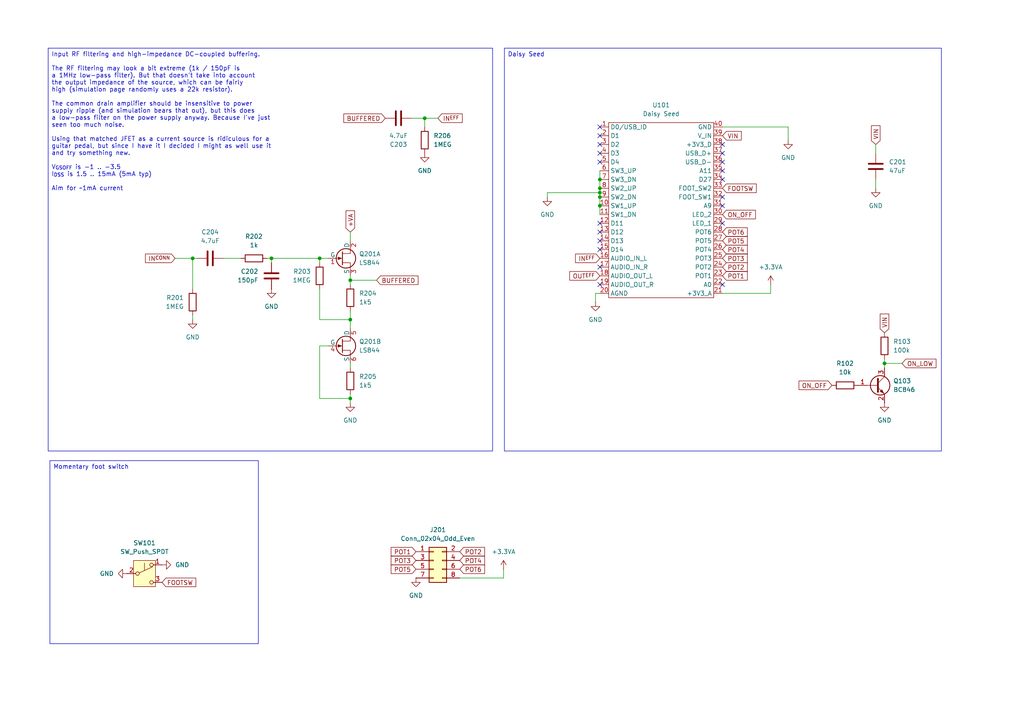
<source format=kicad_sch>
(kicad_sch (version 20250114) (generator "eeschema") (generator_version "9.0")
  (paper "A4")
  (lib_symbols
    (symbol "Connector_Generic:Conn_02x04_Odd_Even" (pin_names (offset 1.016) (hide yes))
      (property "Reference" "J" (at 1.27 5.08 0))
      (property "Value" "Conn_02x04_Odd_Even" (at 1.27 -7.62 0))
      (symbol "Conn_02x04_Odd_Even_1_1"
        (rectangle (start -1.27 3.81) (end 3.81 -6.35) (stroke (width 0.254)) (fill (type background)))
        (rectangle (start -1.27 2.667) (end 0 2.413) (stroke (width 0.1524)))
        (rectangle (start -1.27 0.127) (end 0 -0.127) (stroke (width 0.1524)))
        (rectangle (start -1.27 -2.413) (end 0 -2.667) (stroke (width 0.1524)))
        (rectangle (start -1.27 -4.953) (end 0 -5.207) (stroke (width 0.1524)))
        (rectangle (start 3.81 2.667) (end 2.54 2.413) (stroke (width 0.1524)))
        (rectangle (start 3.81 0.127) (end 2.54 -0.127) (stroke (width 0.1524)))
        (rectangle (start 3.81 -2.413) (end 2.54 -2.667) (stroke (width 0.1524)))
        (rectangle (start 3.81 -4.953) (end 2.54 -5.207) (stroke (width 0.1524)))
        (pin passive line (at -5.08 2.54 0) (length 3.81) (name "Pin_1") (number "1"))
        (pin passive line (at -5.08 0 0) (length 3.81) (name "Pin_3") (number "3"))
        (pin passive line (at -5.08 -2.54 0) (length 3.81) (name "Pin_5") (number "5"))
        (pin passive line (at -5.08 -5.08 0) (length 3.81) (name "Pin_7") (number "7"))
        (pin passive line (at 7.62 2.54 180) (length 3.81) (name "Pin_2") (number "2"))
        (pin passive line (at 7.62 0 180) (length 3.81) (name "Pin_4") (number "4"))
        (pin passive line (at 7.62 -2.54 180) (length 3.81) (name "Pin_6") (number "6"))
        (pin passive line (at 7.62 -5.08 180) (length 3.81) (name "Pin_8") (number "8"))
      )
    )
    (symbol "Device:C" (pin_numbers (hide yes)) (pin_names (offset 0.254))
      (property "Reference" "C" (at 0.635 2.54 0))
      (property "Value" "C" (at 0.635 -2.54 0))
      (symbol "C_0_1"
        (polyline (pts (xy -2.032 0.762) (xy 2.032 0.762)) (stroke (width 0.508)))
        (polyline (pts (xy -2.032 -0.762) (xy 2.032 -0.762)) (stroke (width 0.508)))
      )
      (symbol "C_1_1"
        (pin passive line (at 0 3.81 270) (length 2.794) (name "~") (number "1"))
        (pin passive line (at 0 -3.81 90) (length 2.794) (name "~") (number "2"))
      )
    )
    (symbol "Device:R" (pin_numbers (hide yes)) (pin_names (offset 0))
      (property "Reference" "R" (at 2.032 0 90))
      (property "Value" "R" (at 0 0 90))
      (symbol "R_0_1"
        (rectangle (start -1.016 -2.54) (end 1.016 2.54) (stroke (width 0.254)))
      )
      (symbol "R_1_1"
        (pin passive line (at 0 3.81 270) (length 1.27) (name "~") (number "1"))
        (pin passive line (at 0 -3.81 90) (length 1.27) (name "~") (number "2"))
      )
    )
    (symbol "Mylib:BC846" (pin_names (offset 0) (hide yes))
      (property "Reference" "Q" (at 5.08 1.27 0))
      (property "Value" "BC846" (at 5.08 -1.27 0))
      (symbol "BC846_0_1"
        (polyline (pts (xy -2.54 0) (xy 0.635 0)))
        (polyline (pts (xy 0.635 1.905) (xy 0.635 -1.905)) (stroke (width 0.508)))
        (circle (center 1.27 0) (radius 2.8194) (stroke (width 0.254)))
      )
      (symbol "BC846_1_1"
        (polyline (pts (xy 0.635 0.635) (xy 2.54 2.54)))
        (polyline (pts (xy 0.635 -0.635) (xy 2.54 -2.54)))
        (polyline (pts (xy 1.27 -1.778) (xy 1.778 -1.27) (xy 2.286 -2.286) (xy 1.27 -1.778)) (fill (type outline)))
        (pin input line (at -5.08 0 0) (length 2.54) (name "B") (number "1"))
        (pin passive line (at 2.54 5.08 270) (length 2.54) (name "C") (number "3"))
        (pin passive line (at 2.54 -5.08 90) (length 2.54) (name "E") (number "2"))
      )
    )
    (symbol "Mylib:Daisy_Seed" (exclude_from_sim yes)
      (property "Reference" "U" (at 0 11.43 0))
      (property "Value" "Daisy Seed" (at 0 0 0))
      (symbol "Daisy_Seed_0_1"
        (rectangle (start -15.24 25.4) (end 15.24 -25.4))
      )
      (symbol "Daisy_Seed_1_1"
        (pin bidirectional line (at -17.78 24.13 0) (length 2.54) (name "D0/USB_ID") (number "1"))
        (pin bidirectional line (at -17.78 21.59 0) (length 2.54) (name "D1") (number "2"))
        (pin bidirectional line (at -17.78 19.05 0) (length 2.54) (name "D2") (number "3"))
        (pin bidirectional line (at -17.78 16.51 0) (length 2.54) (name "D3") (number "4"))
        (pin bidirectional line (at -17.78 13.97 0) (length 2.54) (name "D4") (number "5"))
        (pin input line (at -17.78 11.43 0) (length 2.54) (name "SW3_UP") (number "6"))
        (pin input line (at -17.78 8.89 0) (length 2.54) (name "SW3_DN") (number "7"))
        (pin input line (at -17.78 6.35 0) (length 2.54) (name "SW2_UP") (number "8"))
        (pin input line (at -17.78 3.81 0) (length 2.54) (name "SW2_DN") (number "9"))
        (pin input line (at -17.78 1.27 0) (length 2.54) (name "SW1_UP") (number "10"))
        (pin input line (at -17.78 -1.27 0) (length 2.54) (name "SW1_DN") (number "11"))
        (pin bidirectional line (at -17.78 -3.81 0) (length 2.54) (name "D11") (number "12"))
        (pin bidirectional line (at -17.78 -6.35 0) (length 2.54) (name "D12") (number "13"))
        (pin bidirectional line (at -17.78 -8.89 0) (length 2.54) (name "D13") (number "14"))
        (pin bidirectional line (at -17.78 -11.43 0) (length 2.54) (name "D14") (number "15"))
        (pin input line (at -17.78 -13.97 0) (length 2.54) (name "AUDIO_IN_L") (number "16"))
        (pin input line (at -17.78 -16.51 0) (length 2.54) (name "AUDIO_IN_R") (number "17"))
        (pin output line (at -17.78 -19.05 0) (length 2.54) (name "AUDIO_OUT_L") (number "18"))
        (pin output line (at -17.78 -21.59 0) (length 2.54) (name "AUDIO_OUT_R") (number "19"))
        (pin power_in line (at -17.78 -24.13 0) (length 2.54) (name "AGND") (number "20"))
        (pin power_in line (at 17.78 24.13 180) (length 2.54) (name "GND") (number "40"))
        (pin power_in line (at 17.78 21.59 180) (length 2.54) (name "V_IN") (number "39"))
        (pin power_out line (at 17.78 19.05 180) (length 2.54) (name "+3V3_D") (number "38"))
        (pin bidirectional line (at 17.78 16.51 180) (length 2.54) (name "USB_D+") (number "37"))
        (pin bidirectional line (at 17.78 13.97 180) (length 2.54) (name "USB_D-") (number "36"))
        (pin input line (at 17.78 11.43 180) (length 2.54) (name "A11") (number "35"))
        (pin input line (at 17.78 8.89 180) (length 2.54) (name "D27") (number "34"))
        (pin input line (at 17.78 6.35 180) (length 2.54) (name "FOOT_SW2") (number "33"))
        (pin input line (at 17.78 3.81 180) (length 2.54) (name "FOOT_SW1") (number "32"))
        (pin input line (at 17.78 1.27 180) (length 2.54) (name "A9") (number "31"))
        (pin output line (at 17.78 -1.27 180) (length 2.54) (name "LED_2") (number "30"))
        (pin input line (at 17.78 -3.81 180) (length 2.54) (name "LED_1") (number "29"))
        (pin input line (at 17.78 -6.35 180) (length 2.54) (name "POT6") (number "28"))
        (pin input line (at 17.78 -8.89 180) (length 2.54) (name "POT5") (number "27"))
        (pin input line (at 17.78 -11.43 180) (length 2.54) (name "POT4") (number "26"))
        (pin input line (at 17.78 -13.97 180) (length 2.54) (name "POT3") (number "25"))
        (pin input line (at 17.78 -16.51 180) (length 2.54) (name "POT2") (number "24"))
        (pin input line (at 17.78 -19.05 180) (length 2.54) (name "POT1") (number "23"))
        (pin input line (at 17.78 -21.59 180) (length 2.54) (name "A0") (number "22"))
        (pin power_out line (at 17.78 -24.13 180) (length 2.54) (name "+3V3_A") (number "21"))
      )
    )
    (symbol "Mylib:LS844" (pin_names (offset 0))
      (property "Reference" "Q" (at 5.08 1.27 0))
      (property "Value" "LS844" (at 7.62 -1.27 0))
      (symbol "LS844_1_1"
        (polyline (pts (xy 0 0) (xy -1.016 0.381) (xy -1.016 -0.381) (xy 0 0)) (fill (type outline)))
        (polyline (pts (xy 0.254 1.905) (xy 0.254 -1.905) (xy 0.254 -1.905)) (stroke (width 0.254)))
        (circle (center 1.27 0) (radius 2.8194) (stroke (width 0.254)))
        (polyline (pts (xy 2.54 2.54) (xy 2.54 1.397) (xy 0.254 1.397)))
        (polyline (pts (xy 2.54 -2.54) (xy 2.54 -1.27) (xy 0.254 -1.27)))
        (pin input line (at -3.81 0 0) (length 2.54) (name "G") (number "1"))
        (pin passive line (at 2.54 5.08 270) (length 2.54) (name "D") (number "2"))
        (pin passive line (at 2.54 -5.08 90) (length 2.54) (name "S") (number "3"))
      )
      (symbol "LS844_2_1"
        (polyline (pts (xy 0 0) (xy -1.016 0.381) (xy -1.016 -0.381) (xy 0 0)) (fill (type outline)))
        (polyline (pts (xy 0.254 1.905) (xy 0.254 -1.905) (xy 0.254 -1.905)) (stroke (width 0.254)))
        (circle (center 1.27 0) (radius 2.8194) (stroke (width 0.254)))
        (polyline (pts (xy 2.54 2.54) (xy 2.54 1.397) (xy 0.254 1.397)))
        (polyline (pts (xy 2.54 -2.54) (xy 2.54 -1.27) (xy 0.254 -1.27)))
        (pin input line (at -3.81 0 0) (length 2.54) (name "G") (number "4"))
        (pin passive line (at 2.54 5.08 270) (length 2.54) (name "D") (number "5"))
        (pin passive line (at 2.54 -5.08 90) (length 2.54) (name "S") (number "6"))
      )
    )
    (symbol "Switch:SW_Push_SPDT" (pin_names (offset 0) (hide yes))
      (property "Reference" "SW" (at 0 5.08 0))
      (property "Value" "SW_Push_SPDT" (at 0 -5.08 0))
      (symbol "SW_Push_SPDT_0_0"
        (circle (center -2.032 0) (radius 0.508))
        (polyline (pts (xy 0 1.016) (xy 0 3.048)))
        (circle (center 2.032 -2.54) (radius 0.508))
      )
      (symbol "SW_Push_SPDT_0_1"
        (polyline (pts (xy -1.524 0.2032) (xy 2.3368 1.9812)))
        (circle (center 2.032 2.54) (radius 0.508))
      )
      (symbol "SW_Push_SPDT_1_1"
        (rectangle (start -3.175 3.81) (end 3.175 -3.81) (fill (type background)))
        (pin passive line (at -5.08 0 0) (length 2.54) (name "B") (number "2"))
        (pin passive line (at 5.08 2.54 180) (length 2.54) (name "A") (number "1"))
        (pin passive line (at 5.08 -2.54 180) (length 2.54) (name "C") (number "3"))
      )
    )
    (symbol "power:+3.3VA" (power) (pin_numbers (hide yes)) (pin_names (offset 0) (hide yes))
      (property "Value" "+3.3VA" (at 0 3.556 0))
      (symbol "+3.3VA_0_1"
        (polyline (pts (xy -0.762 1.27) (xy 0 2.54)))
        (polyline (pts (xy 0 2.54) (xy 0.762 1.27)))
        (polyline (pts (xy 0 0) (xy 0 2.54)))
      )
      (symbol "+3.3VA_1_1"
        (pin power_in line (at 0 0 90) (length 0) (name "~") (number "1"))
      )
    )
    (symbol "power:GND" (power) (pin_numbers (hide yes)) (pin_names (offset 0) (hide yes))
      (property "Value" "GND" (at 0 -3.81 0))
      (symbol "GND_0_1"
        (polyline (pts (xy 0 0) (xy 0 -1.27) (xy 1.27 -1.27) (xy 0 -2.54) (xy -1.27 -1.27) (xy 0 -1.27)))
      )
      (symbol "GND_1_1"
        (pin power_in line (at 0 0 270) (length 0) (name "~") (number "1"))
      )
    )
  )
  (text_box "Input RF filtering and high-impedance DC-coupled buffering.\n\nThe RF filtering may look a bit extreme (1k / 150pF is\na 1MHz low-pass filter). But that doesn't take into account\nthe output impedance of the source, which can be fairly\nhigh (simulation page randomly uses a 22k resistor).\n\nThe common drain amplifier should be insensitive to power\nsupply ripple (and simulation bears that out), but this does\na low-pass filter on the power supply anyway. Because I've just\nseen too much noise.\n\nUsing that matched JFET as a current source is ridiculous for a\nguitar pedal, but since I have it I decided I might as well use it\nand try something new.\n\nV_{GSOFF} is -1 .. -3.5\nI_{DSS} is 1.5 .. 15mA (5mA typ)\n\nAim for ~1mA current" (at 13.97 13.97 0) (size 128.905 116.84) (margins 0.9525 0.9525 0.9525 0.9525) (effects (font (size 1.27 1.27)) (justify left top)))
  (text_box "Momentary foot switch" (at 14.478 133.604 0) (size 60.452 53.086) (margins 0.9525 0.9525 0.9525 0.9525) (effects (font (size 1.27 1.27)) (justify left top)))
  (text_box "Daisy Seed" (at 146.304 13.97 0) (size 126.746 116.84) (margins 0.9525 0.9525 0.9525 0.9525) (effects (font (size 1.27 1.27)) (justify left top)))
  (junction (at 92.71 74.93))
  (junction (at 101.6 92.71))
  (junction (at 173.99 54.61))
  (junction (at 173.99 57.15))
  (junction (at 55.88 74.93))
  (junction (at 173.99 52.07))
  (junction (at 173.99 55.88))
  (junction (at 101.6 81.28))
  (junction (at 78.74 74.93))
  (junction (at 101.6 115.57))
  (junction (at 256.54 105.41))
  (junction (at 173.99 59.69))
  (junction (at 123.19 34.29))
  (no_connect (at 173.99 64.77))
  (no_connect (at 173.99 82.55))
  (no_connect (at 173.99 41.91))
  (no_connect (at 173.99 69.85))
  (no_connect (at 209.55 59.69))
  (no_connect (at 209.55 57.15))
  (no_connect (at 209.55 82.55))
  (no_connect (at 173.99 36.83))
  (no_connect (at 209.55 52.07))
  (no_connect (at 209.55 64.77))
  (no_connect (at 173.99 46.99))
  (no_connect (at 173.99 67.31))
  (no_connect (at 173.99 72.39))
  (no_connect (at 173.99 39.37))
  (no_connect (at 209.55 46.99))
  (no_connect (at 209.55 49.53))
  (no_connect (at 209.55 41.91))
  (no_connect (at 173.99 44.45))
  (no_connect (at 173.99 77.47))
  (no_connect (at 209.55 44.45))
  (wire (pts (xy 173.99 52.07) (xy 173.99 54.61)))
  (wire (pts (xy 172.72 85.09) (xy 173.99 85.09)))
  (wire (pts (xy 92.71 83.82) (xy 92.71 92.71)))
  (wire (pts (xy 158.75 55.88) (xy 158.75 57.15)))
  (wire (pts (xy 172.72 87.63) (xy 172.72 85.09)))
  (wire (pts (xy 228.6 40.64) (xy 228.6 36.83)))
  (wire (pts (xy 101.6 81.28) (xy 109.22 81.28)))
  (wire (pts (xy 55.88 74.93) (xy 55.88 83.82)))
  (wire (pts (xy 146.05 167.64) (xy 133.35 167.64)))
  (wire (pts (xy 92.71 92.71) (xy 101.6 92.71)))
  (wire (pts (xy 146.05 165.1) (xy 146.05 167.64)))
  (wire (pts (xy 123.19 34.29) (xy 123.19 36.83)))
  (wire (pts (xy 228.6 36.83) (xy 209.55 36.83)))
  (wire (pts (xy 209.55 85.09) (xy 223.52 85.09)))
  (wire (pts (xy 101.6 105.41) (xy 101.6 106.68)))
  (wire (pts (xy 173.99 57.15) (xy 173.99 59.69)))
  (wire (pts (xy 92.71 115.57) (xy 92.71 100.33)))
  (wire (pts (xy 256.54 105.41) (xy 261.62 105.41)))
  (wire (pts (xy 92.71 100.33) (xy 95.25 100.33)))
  (wire (pts (xy 78.74 74.93) (xy 78.74 76.2)))
  (wire (pts (xy 101.6 114.3) (xy 101.6 115.57)))
  (wire (pts (xy 50.8 74.93) (xy 55.88 74.93)))
  (wire (pts (xy 123.19 34.29) (xy 127 34.29)))
  (wire (pts (xy 254 41.91) (xy 254 44.45)))
  (wire (pts (xy 101.6 92.71) (xy 101.6 95.25)))
  (wire (pts (xy 101.6 67.31) (xy 101.6 69.85)))
  (wire (pts (xy 78.74 74.93) (xy 92.71 74.93)))
  (wire (pts (xy 173.99 55.88) (xy 158.75 55.88)))
  (wire (pts (xy 101.6 80.01) (xy 101.6 81.28)))
  (wire (pts (xy 256.54 104.14) (xy 256.54 105.41)))
  (wire (pts (xy 92.71 74.93) (xy 92.71 76.2)))
  (wire (pts (xy 173.99 55.88) (xy 173.99 57.15)))
  (wire (pts (xy 77.47 74.93) (xy 78.74 74.93)))
  (wire (pts (xy 55.88 91.44) (xy 55.88 92.71)))
  (wire (pts (xy 92.71 74.93) (xy 95.25 74.93)))
  (wire (pts (xy 101.6 90.17) (xy 101.6 92.71)))
  (wire (pts (xy 173.99 54.61) (xy 173.99 55.88)))
  (wire (pts (xy 64.77 74.93) (xy 69.85 74.93)))
  (wire (pts (xy 101.6 81.28) (xy 101.6 82.55)))
  (wire (pts (xy 223.52 82.55) (xy 223.52 85.09)))
  (wire (pts (xy 101.6 115.57) (xy 101.6 116.84)))
  (wire (pts (xy 254 52.07) (xy 254 54.61)))
  (wire (pts (xy 101.6 115.57) (xy 92.71 115.57)))
  (wire (pts (xy 119.38 34.29) (xy 123.19 34.29)))
  (wire (pts (xy 55.88 74.93) (xy 57.15 74.93)))
  (wire (pts (xy 256.54 105.41) (xy 256.54 106.68)))
  (wire (pts (xy 173.99 49.53) (xy 173.99 52.07)))
  (wire (pts (xy 173.99 59.69) (xy 173.99 62.23)))
  (global_label "OUT^{EFF}" (shape input) (at 173.99 80.01 180) (property "Intersheetrefs" "${INTERSHEET_REFS}" (effects (hide yes))))
  (global_label "POT3" (shape input) (at 209.55 74.93 0) (property "Intersheetrefs" "${INTERSHEET_REFS}" (effects (hide yes))))
  (global_label "+VA" (shape input) (at 101.6 67.31 90) (property "Intersheetrefs" "${INTERSHEET_REFS}" (effects (hide yes))))
  (global_label "ON_OFF" (shape input) (at 209.55 62.23 0) (property "Intersheetrefs" "${INTERSHEET_REFS}" (effects (hide yes))))
  (global_label "POT6" (shape input) (at 209.55 67.31 0) (property "Intersheetrefs" "${INTERSHEET_REFS}" (effects (hide yes))))
  (global_label "POT5" (shape input) (at 120.65 165.1 180) (property "Intersheetrefs" "${INTERSHEET_REFS}" (effects (hide yes))))
  (global_label "FOOTSW" (shape input) (at 46.99 168.91 0) (property "Intersheetrefs" "${INTERSHEET_REFS}" (effects (hide yes))))
  (global_label "IN^{EFF}" (shape input) (at 173.99 74.93 180) (property "Intersheetrefs" "${INTERSHEET_REFS}" (effects (hide yes))))
  (global_label "POT1" (shape input) (at 209.55 80.01 0) (property "Intersheetrefs" "${INTERSHEET_REFS}" (effects (hide yes))))
  (global_label "VIN" (shape input) (at 256.54 96.52 90) (property "Intersheetrefs" "${INTERSHEET_REFS}" (effects (hide yes))))
  (global_label "VIN" (shape input) (at 254 41.91 90) (property "Intersheetrefs" "${INTERSHEET_REFS}" (effects (hide yes))))
  (global_label "FOOTSW" (shape input) (at 209.55 54.61 0) (property "Intersheetrefs" "${INTERSHEET_REFS}" (effects (hide yes))))
  (global_label "ON_OFF" (shape input) (at 241.3 111.76 180) (property "Intersheetrefs" "${INTERSHEET_REFS}" (effects (hide yes))))
  (global_label "POT4" (shape input) (at 209.55 72.39 0) (property "Intersheetrefs" "${INTERSHEET_REFS}" (effects (hide yes))))
  (global_label "VIN" (shape input) (at 209.55 39.37 0) (property "Intersheetrefs" "${INTERSHEET_REFS}" (effects (hide yes))))
  (global_label "BUFFERED" (shape input) (at 109.22 81.28 0) (property "Intersheetrefs" "${INTERSHEET_REFS}" (effects (hide yes))))
  (global_label "POT6" (shape input) (at 133.35 165.1 0) (property "Intersheetrefs" "${INTERSHEET_REFS}" (effects (hide yes))))
  (global_label "POT3" (shape input) (at 120.65 162.56 180) (property "Intersheetrefs" "${INTERSHEET_REFS}" (effects (hide yes))))
  (global_label "ON_LOW" (shape input) (at 261.62 105.41 0) (property "Intersheetrefs" "${INTERSHEET_REFS}" (effects (hide yes))))
  (global_label "POT2" (shape input) (at 209.55 77.47 0) (property "Intersheetrefs" "${INTERSHEET_REFS}" (effects (hide yes))))
  (global_label "POT1" (shape input) (at 120.65 160.02 180) (property "Intersheetrefs" "${INTERSHEET_REFS}" (effects (hide yes))))
  (global_label "POT2" (shape input) (at 133.35 160.02 0) (property "Intersheetrefs" "${INTERSHEET_REFS}" (effects (hide yes))))
  (global_label "IN^{CONN}" (shape input) (at 50.8 74.93 180) (property "Intersheetrefs" "${INTERSHEET_REFS}" (effects (hide yes))))
  (global_label "BUFFERED" (shape input) (at 111.76 34.29 180) (property "Intersheetrefs" "${INTERSHEET_REFS}" (effects (hide yes))))
  (global_label "POT5" (shape input) (at 209.55 69.85 0) (property "Intersheetrefs" "${INTERSHEET_REFS}" (effects (hide yes))))
  (global_label "POT4" (shape input) (at 133.35 162.56 0) (property "Intersheetrefs" "${INTERSHEET_REFS}" (effects (hide yes))))
  (global_label "IN^{EFF}" (shape input) (at 127 34.29 0) (property "Intersheetrefs" "${INTERSHEET_REFS}" (effects (hide yes))))
  (symbol (lib_id "Mylib:Daisy_Seed") (at 191.77 60.96 0) (unit 1) (exclude_from_sim yes)
    (property "Reference" "U101" (at 191.77 30.48 0))
    (property "Value" "Daisy Seed" (at 191.77 33.02 0))
    (property "Footprint" "Mylib:DaisySeed" (effects (hide yes)))
    (property "Datasheet" "https://electro-smith.com/products/daisy-seed" (effects (hide yes)))
    (property "Description" "Electrosmith Daisy Seed w/ Hothouse Pedal layout" (effects (hide yes)))
    (property "Hothouse" "https://clevelandmusicco.com/hothouse-diy-digital-signal-processing-platform-kit/" (effects (hide yes)))
  )
  (symbol (lib_id "power:GND") (at 101.6 116.84 0) (unit 1)
    (property "Reference" "#PWR0203" (effects (hide yes)))
    (property "Value" "GND" (at 101.6 121.92 0))
    (property "Description" "Power symbol creates a global label with name \"GND\" , ground" (effects (hide yes)))
  )
  (symbol (lib_id "power:GND") (at 120.65 167.64 0) (unit 1)
    (property "Reference" "#PWR0210" (effects (hide yes)))
    (property "Value" "GND" (at 120.65 172.72 0))
    (property "Description" "Power symbol creates a global label with name \"GND\" , ground" (effects (hide yes)))
  )
  (symbol (lib_id "power:GND") (at 123.19 44.45 0) (unit 1)
    (property "Reference" "#PWR0204" (effects (hide yes)))
    (property "Value" "GND" (at 123.19 49.53 0))
    (property "Description" "Power symbol creates a global label with name \"GND\" , ground" (effects (hide yes)))
  )
  (symbol (lib_id "Mylib:BC846") (at 254 111.76 0) (unit 1)
    (property "Reference" "Q103" (at 259.08 110.4899 0) (effects (justify left)))
    (property "Value" "BC846" (at 259.08 113.0299 0) (effects (justify left)))
    (property "Footprint" "Package_TO_SOT_SMD:SOT-23" (effects (hide yes)))
    (property "Datasheet" "https://assets.nexperia.com/documents/data-sheet/BC846X-Q_SER.pdf" (effects (hide yes)))
    (property "Description" "NPN transistor, base/emitter/collector" (effects (hide yes)))
    (property "Sim.Library" "spice/BC846A.lib" (effects (hide yes)))
    (property "Sim.Name" "BC846A" (effects (hide yes)))
    (property "Sim.Device" "SUBCKT" (effects (hide yes)))
    (property "Sim.Pins" "1=B 2=E 3=C" (effects (hide yes)))
  )
  (symbol (lib_id "Device:R") (at 245.11 111.76 90) (unit 1)
    (property "Reference" "R102" (at 245.11 105.41 90))
    (property "Value" "10k" (at 245.11 107.95 90))
    (property "Footprint" "Resistor_SMD:R_0805_2012Metric" (effects (hide yes)))
    (property "Description" "Resistor" (effects (hide yes)))
  )
  (symbol (lib_id "Device:R") (at 73.66 74.93 90) (unit 1)
    (property "Reference" "R202" (at 73.66 68.58 90))
    (property "Value" "1k" (at 73.66 71.12 90))
    (property "Footprint" "Resistor_SMD:R_0805_2012Metric" (effects (hide yes)))
    (property "Description" "Resistor" (effects (hide yes)))
  )
  (symbol (lib_id "Mylib:LS844") (at 99.06 100.33 0) (unit 2)
    (property "Reference" "Q201" (at 104.14 99.0599 0) (effects (justify left)))
    (property "Value" "LS844" (at 104.14 101.5999 0) (effects (justify left)))
    (property "Footprint" "Package_TO_SOT_SMD:SOT-23-6" (effects (hide yes)))
    (property "Datasheet" "https://www.linearsystems.com/_files/ugd/7e8069_af7c9fb7f03c4b5d9006d837ab0e39e7.pdf" (effects (hide yes)))
    (property "Description" "Matched Dual N‑Channel JFET, SOT-23-6L" (effects (hide yes)))
    (property "Sim.Library" "spice/LS844.lib" (effects (hide yes)))
    (property "Sim.Name" "LS844" (effects (hide yes)))
    (property "Sim.Device" "SUBCKT" (effects (hide yes)))
    (property "Sim.Pins" "1=G1 2=D1 3=S1 4=G2 5=D2 6=S2" (effects (hide yes)))
  )
  (symbol (lib_id "Device:C") (at 78.74 80.01 0) (mirror y) (unit 1)
    (property "Reference" "C202" (at 74.93 78.7399 0) (effects (justify left)))
    (property "Value" "150pF" (at 74.93 81.2799 0) (effects (justify left)))
    (property "Footprint" "Capacitor_SMD:C_0805_2012Metric" (effects (hide yes)))
    (property "Description" "Unpolarized capacitor" (effects (hide yes)))
  )
  (symbol (lib_id "power:GND") (at 55.88 92.71 0) (unit 1)
    (property "Reference" "#PWR0209" (effects (hide yes)))
    (property "Value" "GND" (at 55.88 97.79 0))
    (property "Description" "Power symbol creates a global label with name \"GND\" , ground" (effects (hide yes)))
  )
  (symbol (lib_id "power:GND") (at 36.83 166.37 270) (unit 1)
    (property "Reference" "#PWR0208" (effects (hide yes)))
    (property "Value" "GND" (at 33.02 166.3699 90) (effects (justify right)))
    (property "Description" "Power symbol creates a global label with name \"GND\" , ground" (effects (hide yes)))
  )
  (symbol (lib_id "Mylib:LS844") (at 99.06 74.93 0) (unit 1)
    (property "Reference" "Q201" (at 104.14 73.6599 0) (effects (justify left)))
    (property "Value" "LS844" (at 104.14 76.1999 0) (effects (justify left)))
    (property "Footprint" "Package_TO_SOT_SMD:SOT-23-6" (effects (hide yes)))
    (property "Datasheet" "https://www.linearsystems.com/_files/ugd/7e8069_af7c9fb7f03c4b5d9006d837ab0e39e7.pdf" (effects (hide yes)))
    (property "Description" "Matched Dual N‑Channel JFET, SOT-23-6L" (effects (hide yes)))
    (property "Sim.Library" "spice/LS844.lib" (effects (hide yes)))
    (property "Sim.Name" "LS844" (effects (hide yes)))
    (property "Sim.Device" "SUBCKT" (effects (hide yes)))
    (property "Sim.Pins" "1=G1 2=D1 3=S1 4=G2 5=D2 6=S2" (effects (hide yes)))
  )
  (symbol (lib_id "power:GND") (at 228.6 40.64 0) (unit 1)
    (property "Reference" "#PWR0205" (effects (hide yes)))
    (property "Value" "GND" (at 228.6 45.72 0))
    (property "Description" "Power symbol creates a global label with name \"GND\" , ground" (effects (hide yes)))
  )
  (symbol (lib_id "power:+3.3VA") (at 223.52 82.55 0) (unit 1)
    (property "Reference" "#PWR0110" (effects (hide yes)))
    (property "Value" "+3.3VA" (at 223.52 77.47 0))
    (property "Description" "Power symbol creates a global label with name \"+3.3VA\"" (effects (hide yes)))
  )
  (symbol (lib_id "Device:R") (at 101.6 86.36 0) (unit 1)
    (property "Reference" "R204" (at 104.14 85.0899 0) (effects (justify left)))
    (property "Value" "1k5" (at 104.14 87.63 0) (effects (justify left)))
    (property "Footprint" "Resistor_SMD:R_0805_2012Metric" (effects (hide yes)))
    (property "Description" "Resistor" (effects (hide yes)))
  )
  (symbol (lib_id "power:GND") (at 158.75 57.15 0) (unit 1)
    (property "Reference" "#PWR0201" (effects (hide yes)))
    (property "Value" "GND" (at 158.75 62.23 0))
    (property "Description" "Power symbol creates a global label with name \"GND\" , ground" (effects (hide yes)))
  )
  (symbol (lib_id "power:GND") (at 254 54.61 0) (unit 1)
    (property "Reference" "#PWR0206" (effects (hide yes)))
    (property "Value" "GND" (at 254 59.69 0))
    (property "Description" "Power symbol creates a global label with name \"GND\" , ground" (effects (hide yes)))
  )
  (symbol (lib_id "Device:R") (at 123.19 40.64 0) (unit 1)
    (property "Reference" "R206" (at 125.73 39.3699 0) (effects (justify left)))
    (property "Value" "1MEG" (at 125.73 41.91 0) (effects (justify left)))
    (property "Footprint" "Resistor_SMD:R_0805_2012Metric" (effects (hide yes)))
    (property "Description" "Resistor" (effects (hide yes)))
  )
  (symbol (lib_id "power:GND") (at 46.99 163.83 90) (unit 1)
    (property "Reference" "#PWR0207" (effects (hide yes)))
    (property "Value" "GND" (at 50.8 163.8299 90) (effects (justify right)))
    (property "Description" "Power symbol creates a global label with name \"GND\" , ground" (effects (hide yes)))
  )
  (symbol (lib_id "Connector_Generic:Conn_02x04_Odd_Even") (at 125.73 162.56 0) (unit 1)
    (property "Reference" "J201" (at 127 153.67 0))
    (property "Value" "Conn_02x04_Odd_Even" (at 127 156.21 0))
    (property "Footprint" "Connector_PinHeader_2.54mm:PinHeader_2x04_P2.54mm_Vertical" (effects (hide yes)))
    (property "Description" "Generic connector, double row, 02x04, odd/even pin numbering scheme (row 1 odd numbers, row 2 even numbers), script generated (kicad-library-utils/schlib/autogen/connector/)" (effects (hide yes)))
  )
  (symbol (lib_id "Device:C") (at 115.57 34.29 90) (mirror x) (unit 1)
    (property "Reference" "C203" (at 115.57 41.91 90))
    (property "Value" "4.7uF" (at 115.57 39.37 90))
    (property "Footprint" "Capacitor_SMD:C_1206_3216Metric" (effects (hide yes)))
    (property "Description" "Unpolarized capacitor" (effects (hide yes)))
  )
  (symbol (lib_id "power:GND") (at 78.74 83.82 0) (unit 1)
    (property "Reference" "#PWR0202" (effects (hide yes)))
    (property "Value" "GND" (at 78.74 88.9 0))
    (property "Description" "Power symbol creates a global label with name \"GND\" , ground" (effects (hide yes)))
  )
  (symbol (lib_id "Switch:SW_Push_SPDT") (at 41.91 166.37 0) (unit 1) (exclude_from_sim yes)
    (property "Reference" "SW101" (at 41.91 157.48 0))
    (property "Value" "SW_Push_SPDT" (at 41.91 160.02 0))
    (property "Footprint" "Mylib:PBS-24-102P" (effects (hide yes)))
    (property "Description" "Momentary Switch, single pole double throw" (effects (hide yes)))
  )
  (symbol (lib_id "power:GND") (at 256.54 116.84 0) (unit 1)
    (property "Reference" "#PWR0103" (effects (hide yes)))
    (property "Value" "GND" (at 256.54 121.92 0))
    (property "Description" "Power symbol creates a global label with name \"GND\" , ground" (effects (hide yes)))
  )
  (symbol (lib_id "Device:R") (at 55.88 87.63 0) (mirror y) (unit 1)
    (property "Reference" "R201" (at 53.34 86.3599 0) (effects (justify left)))
    (property "Value" "1MEG" (at 53.34 88.9 0) (effects (justify left)))
    (property "Footprint" "Resistor_SMD:R_0805_2012Metric" (effects (hide yes)))
    (property "Description" "Resistor" (effects (hide yes)))
  )
  (symbol (lib_id "power:+3.3VA") (at 146.05 165.1 0) (unit 1)
    (property "Reference" "#PWR0211" (effects (hide yes)))
    (property "Value" "+3.3VA" (at 146.05 160.02 0))
    (property "Description" "Power symbol creates a global label with name \"+3.3VA\"" (effects (hide yes)))
  )
  (symbol (lib_id "Device:R") (at 101.6 110.49 0) (unit 1)
    (property "Reference" "R205" (at 104.14 109.2199 0) (effects (justify left)))
    (property "Value" "1k5" (at 104.14 111.76 0) (effects (justify left)))
    (property "Footprint" "Resistor_SMD:R_0805_2012Metric" (effects (hide yes)))
    (property "Description" "Resistor" (effects (hide yes)))
  )
  (symbol (lib_id "Device:R") (at 256.54 100.33 0) (unit 1)
    (property "Reference" "R103" (at 259.08 99.0599 0) (effects (justify left)))
    (property "Value" "100k" (at 259.08 101.5999 0) (effects (justify left)))
    (property "Footprint" "Resistor_SMD:R_0805_2012Metric" (effects (hide yes)))
    (property "Description" "Resistor" (effects (hide yes)))
  )
  (symbol (lib_id "power:GND") (at 172.72 87.63 0) (unit 1)
    (property "Reference" "#PWR0111" (effects (hide yes)))
    (property "Value" "GND" (at 172.72 92.71 0))
    (property "Description" "Power symbol creates a global label with name \"GND\" , ground" (effects (hide yes)))
  )
  (symbol (lib_id "Device:C") (at 254 48.26 0) (unit 1)
    (property "Reference" "C201" (at 257.81 46.9899 0) (effects (justify left)))
    (property "Value" "47uF" (at 257.81 49.5299 0) (effects (justify left)))
    (property "Footprint" "Capacitor_SMD:C_1206_3216Metric" (effects (hide yes)))
    (property "Description" "Unpolarized capacitor" (effects (hide yes)))
  )
  (symbol (lib_id "Device:R") (at 92.71 80.01 0) (mirror y) (unit 1)
    (property "Reference" "R203" (at 90.17 78.7399 0) (effects (justify left)))
    (property "Value" "1MEG" (at 90.17 81.28 0) (effects (justify left)))
    (property "Footprint" "Resistor_SMD:R_0805_2012Metric" (effects (hide yes)))
    (property "Description" "Resistor" (effects (hide yes)))
  )
  (symbol (lib_id "Device:C") (at 60.96 74.93 90) (unit 1)
    (property "Reference" "C204" (at 60.96 67.31 90))
    (property "Value" "4.7uF" (at 60.96 69.85 90))
    (property "Footprint" "Capacitor_SMD:C_1206_3216Metric" (effects (hide yes)))
    (property "Description" "Unpolarized capacitor" (effects (hide yes)))
  )
)
</source>
